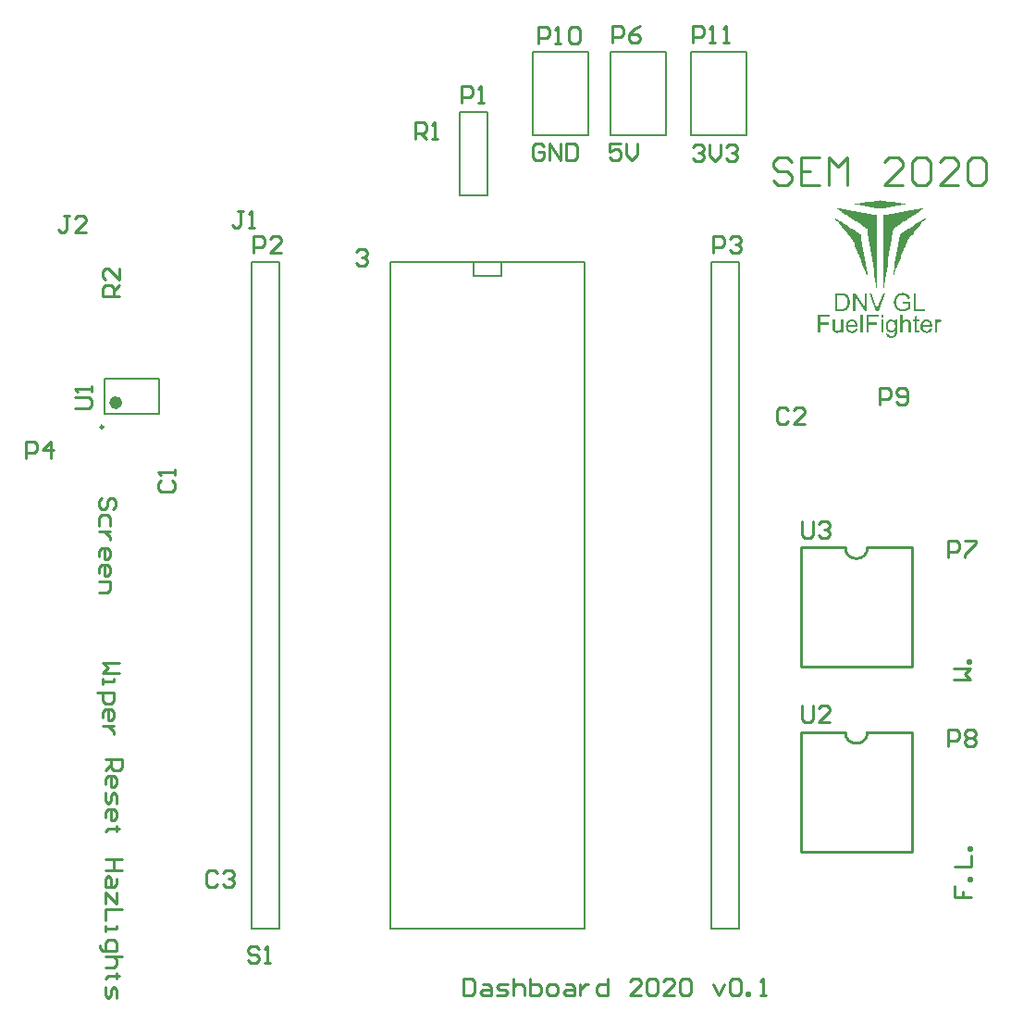
<source format=gbr>
%TF.GenerationSoftware,Altium Limited,Altium Designer,19.1.8 (144)*%
G04 Layer_Color=65535*
%FSLAX26Y26*%
%MOIN*%
%TF.FileFunction,Legend,Top*%
%TF.Part,Single*%
G01*
G75*
%TA.AperFunction,NonConductor*%
%ADD33C,0.023622*%
%ADD34C,0.009842*%
%ADD35C,0.010000*%
%ADD36C,0.007874*%
G36*
X3243846Y3008986D02*
X3261382D01*
Y3006063D01*
X3278918D01*
Y3003140D01*
X3296454D01*
Y3000218D01*
X3313991D01*
Y2997295D01*
X3331527D01*
Y2994372D01*
X3313991D01*
Y2991450D01*
X3296454D01*
Y2988527D01*
X3278918D01*
Y2985604D01*
X3261382D01*
Y2982681D01*
X3243846D01*
Y2979759D01*
X3238000D01*
Y2982681D01*
X3220464D01*
Y2985604D01*
X3202928D01*
Y2988527D01*
X3185391D01*
Y2991450D01*
X3167855D01*
Y2994372D01*
X3150319D01*
Y2997295D01*
X3167855D01*
Y3000218D01*
X3185391D01*
Y3003140D01*
X3202928D01*
Y3006063D01*
X3220464D01*
Y3008986D01*
X3238000D01*
Y3011909D01*
X3243846D01*
Y3008986D01*
D02*
G37*
G36*
X3404595Y2941763D02*
X3401672D01*
Y2938841D01*
X3398749D01*
Y2935918D01*
X3395827D01*
Y2932995D01*
X3392904D01*
Y2930073D01*
X3389981D01*
Y2927150D01*
Y2924227D01*
X3387059D01*
Y2921304D01*
X3384136D01*
Y2918382D01*
X3381213D01*
Y2915459D01*
X3378291D01*
Y2912536D01*
X3375368D01*
Y2909613D01*
Y2906691D01*
X3372445D01*
Y2903768D01*
X3369522D01*
Y2900845D01*
X3366600D01*
Y2897923D01*
X3363677D01*
Y2895000D01*
X3360754D01*
Y2892077D01*
Y2889155D01*
X3357832D01*
Y2886232D01*
X3354909D01*
Y2883309D01*
X3351986D01*
Y2880386D01*
X3349063D01*
Y2877464D01*
X3346141D01*
Y2874541D01*
Y2871618D01*
X3343218D01*
Y2868695D01*
X3340295D01*
Y2865773D01*
X3337373D01*
Y2862850D01*
Y2859927D01*
Y2857005D01*
X3334450D01*
Y2854082D01*
Y2851159D01*
X3331527D01*
Y2848236D01*
Y2845314D01*
Y2842391D01*
X3328604D01*
Y2839468D01*
Y2836546D01*
X3325682D01*
Y2833623D01*
Y2830700D01*
Y2827778D01*
X3322759D01*
Y2824855D01*
Y2821932D01*
X3319836D01*
Y2819009D01*
Y2816087D01*
Y2813164D01*
X3316914D01*
Y2810241D01*
Y2807318D01*
X3313991D01*
Y2804396D01*
Y2801473D01*
Y2798550D01*
X3311068D01*
Y2795628D01*
Y2792705D01*
X3308145D01*
Y2789782D01*
Y2786860D01*
Y2783937D01*
X3305223D01*
Y2781014D01*
Y2778091D01*
X3302300D01*
Y2775169D01*
Y2772246D01*
Y2769323D01*
X3299377D01*
Y2766401D01*
Y2763478D01*
X3296454D01*
Y2760555D01*
Y2757632D01*
Y2754710D01*
X3293532D01*
Y2751787D01*
Y2748864D01*
X3290609D01*
Y2745941D01*
Y2743019D01*
Y2740096D01*
X3287686D01*
Y2743019D01*
Y2745941D01*
Y2748864D01*
Y2751787D01*
Y2754710D01*
Y2757632D01*
X3290609D01*
Y2760555D01*
Y2763478D01*
Y2766401D01*
Y2769323D01*
Y2772246D01*
Y2775169D01*
X3293532D01*
Y2778091D01*
Y2781014D01*
Y2783937D01*
Y2786860D01*
Y2789782D01*
Y2792705D01*
X3296454D01*
Y2795628D01*
Y2798550D01*
Y2801473D01*
Y2804396D01*
Y2807318D01*
X3299377D01*
Y2810241D01*
Y2813164D01*
Y2816087D01*
Y2819009D01*
Y2821932D01*
Y2824855D01*
X3302300D01*
Y2827778D01*
Y2830700D01*
Y2833623D01*
Y2836546D01*
Y2839468D01*
Y2842391D01*
X3305223D01*
Y2845314D01*
Y2848236D01*
Y2851159D01*
Y2854082D01*
Y2857005D01*
Y2859927D01*
X3308145D01*
Y2862850D01*
Y2865773D01*
Y2868695D01*
Y2871618D01*
Y2874541D01*
Y2877464D01*
X3311068D01*
Y2880386D01*
Y2883309D01*
Y2886232D01*
Y2889155D01*
X3316914D01*
Y2892077D01*
X3319836D01*
Y2895000D01*
X3325682D01*
Y2897923D01*
X3328604D01*
Y2900845D01*
X3334450D01*
Y2903768D01*
X3337373D01*
Y2906691D01*
X3343218D01*
Y2909613D01*
X3349063D01*
Y2912536D01*
X3351986D01*
Y2915459D01*
X3357832D01*
Y2918382D01*
X3360754D01*
Y2921304D01*
X3366600D01*
Y2924227D01*
X3369522D01*
Y2927150D01*
X3375368D01*
Y2930073D01*
X3381213D01*
Y2932995D01*
X3384136D01*
Y2935918D01*
X3389981D01*
Y2938841D01*
X3392904D01*
Y2941763D01*
X3398749D01*
Y2944686D01*
X3404595D01*
Y2941763D01*
D02*
G37*
G36*
X3083096D02*
X3088942D01*
Y2938841D01*
X3091865D01*
Y2935918D01*
X3097710D01*
Y2932995D01*
X3100633D01*
Y2930073D01*
X3106478D01*
Y2927150D01*
X3109401D01*
Y2924227D01*
X3115246D01*
Y2921304D01*
X3121092D01*
Y2918382D01*
X3124014D01*
Y2915459D01*
X3129860D01*
Y2912536D01*
X3132782D01*
Y2909613D01*
X3138628D01*
Y2906691D01*
X3141551D01*
Y2903768D01*
X3147396D01*
Y2900845D01*
X3153242D01*
Y2897923D01*
X3156164D01*
Y2895000D01*
X3162010D01*
Y2892077D01*
X3164932D01*
Y2889155D01*
X3170778D01*
Y2886232D01*
Y2883309D01*
Y2880386D01*
Y2877464D01*
X3173700D01*
Y2874541D01*
Y2871618D01*
Y2868695D01*
Y2865773D01*
Y2862850D01*
Y2859927D01*
X3176623D01*
Y2857005D01*
Y2854082D01*
Y2851159D01*
Y2848236D01*
Y2845314D01*
Y2842391D01*
X3179546D01*
Y2839468D01*
Y2836546D01*
Y2833623D01*
Y2830700D01*
Y2827778D01*
Y2824855D01*
X3182469D01*
Y2821932D01*
Y2819009D01*
Y2816087D01*
Y2813164D01*
Y2810241D01*
Y2807318D01*
X3185391D01*
Y2804396D01*
Y2801473D01*
Y2798550D01*
Y2795628D01*
Y2792705D01*
Y2789782D01*
X3188314D01*
Y2786860D01*
Y2783937D01*
Y2781014D01*
Y2778091D01*
Y2775169D01*
Y2772246D01*
X3191237D01*
Y2769323D01*
Y2766401D01*
Y2763478D01*
Y2760555D01*
Y2757632D01*
Y2754710D01*
X3194160D01*
Y2751787D01*
Y2748864D01*
Y2745941D01*
Y2743019D01*
Y2740096D01*
X3191237D01*
Y2743019D01*
Y2745941D01*
X3188314D01*
Y2748864D01*
Y2751787D01*
Y2754710D01*
X3185391D01*
Y2757632D01*
Y2760555D01*
X3182469D01*
Y2763478D01*
Y2766401D01*
Y2769323D01*
X3179546D01*
Y2772246D01*
Y2775169D01*
X3176623D01*
Y2778091D01*
Y2781014D01*
Y2783937D01*
X3173700D01*
Y2786860D01*
Y2789782D01*
X3170778D01*
Y2792705D01*
Y2795628D01*
Y2798550D01*
X3167855D01*
Y2801473D01*
Y2804396D01*
X3164932D01*
Y2807318D01*
Y2810241D01*
Y2813164D01*
X3162010D01*
Y2816087D01*
Y2819009D01*
X3159087D01*
Y2821932D01*
Y2824855D01*
Y2827778D01*
X3156164D01*
Y2830700D01*
Y2833623D01*
X3153242D01*
Y2836546D01*
Y2839468D01*
Y2842391D01*
X3150319D01*
Y2845314D01*
Y2848236D01*
X3147396D01*
Y2851159D01*
Y2854082D01*
Y2857005D01*
X3144473D01*
Y2859927D01*
Y2862850D01*
X3141551D01*
Y2865773D01*
Y2868695D01*
X3138628D01*
Y2871618D01*
X3135705D01*
Y2874541D01*
Y2877464D01*
X3132782D01*
Y2880386D01*
X3129860D01*
Y2883309D01*
X3126937D01*
Y2886232D01*
X3124014D01*
Y2889155D01*
X3121092D01*
Y2892077D01*
Y2895000D01*
X3118169D01*
Y2897923D01*
X3115246D01*
Y2900845D01*
X3112323D01*
Y2903768D01*
X3109401D01*
Y2906691D01*
X3106478D01*
Y2909613D01*
Y2912536D01*
X3103555D01*
Y2915459D01*
X3100633D01*
Y2918382D01*
X3097710D01*
Y2921304D01*
X3094787D01*
Y2924227D01*
X3091865D01*
Y2927150D01*
Y2930073D01*
X3088942D01*
Y2932995D01*
X3086019D01*
Y2935918D01*
X3083096D01*
Y2938841D01*
X3080174D01*
Y2941763D01*
X3077251D01*
Y2944686D01*
X3083096D01*
Y2941763D01*
D02*
G37*
G36*
X3395827Y2976836D02*
X3389981D01*
Y2973913D01*
X3387059D01*
Y2970990D01*
X3381213D01*
Y2968068D01*
X3378291D01*
Y2965145D01*
X3372445D01*
Y2962222D01*
X3369522D01*
Y2959300D01*
X3363677D01*
Y2956377D01*
X3360754D01*
Y2953454D01*
X3354909D01*
Y2950532D01*
X3351986D01*
Y2947609D01*
X3346141D01*
Y2944686D01*
X3340295D01*
Y2941763D01*
X3337373D01*
Y2938841D01*
X3331527D01*
Y2935918D01*
X3328604D01*
Y2932995D01*
X3322759D01*
Y2930073D01*
X3319836D01*
Y2927150D01*
X3313991D01*
Y2924227D01*
X3311068D01*
Y2921304D01*
X3305223D01*
Y2918382D01*
X3302300D01*
Y2915459D01*
X3296454D01*
Y2912536D01*
X3293532D01*
Y2909613D01*
X3287686D01*
Y2906691D01*
Y2903768D01*
Y2900845D01*
X3284764D01*
Y2897923D01*
Y2895000D01*
Y2892077D01*
Y2889155D01*
Y2886232D01*
Y2883309D01*
X3281841D01*
Y2880386D01*
Y2877464D01*
Y2874541D01*
Y2871618D01*
Y2868695D01*
Y2865773D01*
Y2862850D01*
X3278918D01*
Y2859927D01*
Y2857005D01*
Y2854082D01*
Y2851159D01*
Y2848236D01*
Y2845314D01*
X3275995D01*
Y2842391D01*
Y2839468D01*
Y2836546D01*
Y2833623D01*
Y2830700D01*
Y2827778D01*
X3273073D01*
Y2824855D01*
Y2821932D01*
Y2819009D01*
Y2816087D01*
Y2813164D01*
Y2810241D01*
Y2807318D01*
X3270150D01*
Y2804396D01*
Y2801473D01*
Y2798550D01*
Y2795628D01*
Y2792705D01*
Y2789782D01*
X3267227D01*
Y2786860D01*
Y2783937D01*
Y2781014D01*
Y2778091D01*
Y2775169D01*
Y2772246D01*
Y2769323D01*
X3264305D01*
Y2766401D01*
Y2763478D01*
Y2760555D01*
Y2757632D01*
Y2754710D01*
Y2751787D01*
X3261382D01*
Y2748864D01*
Y2745941D01*
Y2743019D01*
Y2740096D01*
Y2737173D01*
Y2734251D01*
X3258459D01*
Y2731328D01*
Y2728405D01*
Y2725483D01*
Y2722560D01*
Y2719637D01*
Y2716714D01*
Y2713792D01*
X3255537D01*
Y2710869D01*
Y2707946D01*
Y2705023D01*
Y2702101D01*
Y2699178D01*
Y2696255D01*
X3252614D01*
Y2699178D01*
Y2702101D01*
Y2705023D01*
Y2707946D01*
Y2710869D01*
Y2713792D01*
Y2716714D01*
Y2719637D01*
Y2722560D01*
Y2725483D01*
Y2728405D01*
Y2731328D01*
Y2734251D01*
Y2737173D01*
Y2740096D01*
Y2743019D01*
Y2745941D01*
Y2748864D01*
Y2751787D01*
Y2754710D01*
Y2757632D01*
Y2760555D01*
Y2763478D01*
Y2766401D01*
Y2769323D01*
Y2772246D01*
Y2775169D01*
Y2778091D01*
Y2781014D01*
Y2783937D01*
Y2786860D01*
Y2789782D01*
Y2792705D01*
Y2795628D01*
Y2798550D01*
Y2801473D01*
Y2804396D01*
Y2807318D01*
Y2810241D01*
Y2813164D01*
Y2816087D01*
Y2819009D01*
Y2821932D01*
Y2824855D01*
Y2827778D01*
Y2830700D01*
Y2833623D01*
Y2836546D01*
Y2839468D01*
Y2842391D01*
Y2845314D01*
Y2848236D01*
Y2851159D01*
Y2854082D01*
Y2857005D01*
Y2859927D01*
Y2862850D01*
Y2865773D01*
Y2868695D01*
Y2871618D01*
Y2874541D01*
Y2877464D01*
Y2880386D01*
Y2883309D01*
Y2886232D01*
Y2889155D01*
Y2892077D01*
Y2895000D01*
Y2897923D01*
Y2900845D01*
Y2903768D01*
Y2906691D01*
Y2909613D01*
Y2912536D01*
Y2915459D01*
Y2918382D01*
Y2921304D01*
Y2924227D01*
Y2927150D01*
Y2930073D01*
Y2932995D01*
Y2935918D01*
Y2938841D01*
Y2941763D01*
Y2944686D01*
Y2947609D01*
Y2950532D01*
Y2953454D01*
Y2956377D01*
X3255537D01*
Y2959300D01*
X3273073D01*
Y2962222D01*
X3290609D01*
Y2965145D01*
X3308145D01*
Y2968068D01*
X3325682D01*
Y2970990D01*
X3343218D01*
Y2973913D01*
X3363677D01*
Y2976836D01*
X3381213D01*
Y2979759D01*
X3395827D01*
Y2976836D01*
D02*
G37*
G36*
X3100633D02*
X3118169D01*
Y2973913D01*
X3135705D01*
Y2970990D01*
X3156164D01*
Y2968068D01*
X3173700D01*
Y2965145D01*
X3191237D01*
Y2962222D01*
X3208773D01*
Y2959300D01*
X3226309D01*
Y2956377D01*
X3229232D01*
Y2953454D01*
Y2950532D01*
Y2947609D01*
Y2944686D01*
Y2941763D01*
Y2938841D01*
Y2935918D01*
Y2932995D01*
Y2930073D01*
Y2927150D01*
Y2924227D01*
Y2921304D01*
Y2918382D01*
Y2915459D01*
Y2912536D01*
Y2909613D01*
Y2906691D01*
Y2903768D01*
Y2900845D01*
Y2897923D01*
Y2895000D01*
Y2892077D01*
Y2889155D01*
Y2886232D01*
Y2883309D01*
Y2880386D01*
Y2877464D01*
Y2874541D01*
Y2871618D01*
Y2868695D01*
Y2865773D01*
Y2862850D01*
Y2859927D01*
Y2857005D01*
Y2854082D01*
Y2851159D01*
Y2848236D01*
Y2845314D01*
Y2842391D01*
Y2839468D01*
Y2836546D01*
Y2833623D01*
Y2830700D01*
Y2827778D01*
Y2824855D01*
Y2821932D01*
Y2819009D01*
Y2816087D01*
Y2813164D01*
Y2810241D01*
Y2807318D01*
Y2804396D01*
Y2801473D01*
Y2798550D01*
Y2795628D01*
Y2792705D01*
Y2789782D01*
Y2786860D01*
Y2783937D01*
Y2781014D01*
Y2778091D01*
Y2775169D01*
Y2772246D01*
Y2769323D01*
Y2766401D01*
Y2763478D01*
Y2760555D01*
Y2757632D01*
Y2754710D01*
Y2751787D01*
Y2748864D01*
Y2745941D01*
Y2743019D01*
Y2740096D01*
Y2737173D01*
Y2734251D01*
Y2731328D01*
Y2728405D01*
Y2725483D01*
Y2722560D01*
Y2719637D01*
Y2716714D01*
Y2713792D01*
Y2710869D01*
Y2707946D01*
Y2705023D01*
Y2702101D01*
Y2699178D01*
Y2696255D01*
Y2693333D01*
X3226309D01*
Y2696255D01*
Y2699178D01*
Y2702101D01*
Y2705023D01*
Y2707946D01*
Y2710869D01*
Y2713792D01*
X3223387D01*
Y2716714D01*
Y2719637D01*
Y2722560D01*
Y2725483D01*
Y2728405D01*
Y2731328D01*
X3220464D01*
Y2734251D01*
Y2737173D01*
Y2740096D01*
Y2743019D01*
Y2745941D01*
Y2748864D01*
Y2751787D01*
X3217541D01*
Y2754710D01*
Y2757632D01*
Y2760555D01*
Y2763478D01*
Y2766401D01*
Y2769323D01*
X3214619D01*
Y2772246D01*
Y2775169D01*
Y2778091D01*
Y2781014D01*
Y2783937D01*
Y2786860D01*
X3211696D01*
Y2789782D01*
Y2792705D01*
Y2795628D01*
Y2798550D01*
Y2801473D01*
Y2804396D01*
Y2807318D01*
X3208773D01*
Y2810241D01*
Y2813164D01*
Y2816087D01*
Y2819009D01*
Y2821932D01*
Y2824855D01*
X3205850D01*
Y2827778D01*
Y2830700D01*
Y2833623D01*
Y2836546D01*
Y2839468D01*
Y2842391D01*
Y2845314D01*
X3202928D01*
Y2848236D01*
Y2851159D01*
Y2854082D01*
Y2857005D01*
Y2859927D01*
Y2862850D01*
X3200005D01*
Y2865773D01*
Y2868695D01*
Y2871618D01*
Y2874541D01*
Y2877464D01*
Y2880386D01*
X3197082D01*
Y2883309D01*
Y2886232D01*
Y2889155D01*
Y2892077D01*
Y2895000D01*
Y2897923D01*
Y2900845D01*
X3194160D01*
Y2903768D01*
Y2906691D01*
Y2909613D01*
X3188314D01*
Y2912536D01*
X3185391D01*
Y2915459D01*
X3179546D01*
Y2918382D01*
X3176623D01*
Y2921304D01*
X3170778D01*
Y2924227D01*
X3167855D01*
Y2927150D01*
X3162010D01*
Y2930073D01*
X3159087D01*
Y2932995D01*
X3153242D01*
Y2935918D01*
X3147396D01*
Y2938841D01*
X3144473D01*
Y2941763D01*
X3138628D01*
Y2944686D01*
X3135705D01*
Y2947609D01*
X3129860D01*
Y2950532D01*
X3126937D01*
Y2953454D01*
X3121092D01*
Y2956377D01*
X3118169D01*
Y2959300D01*
X3112323D01*
Y2962222D01*
X3109401D01*
Y2965145D01*
X3103555D01*
Y2968068D01*
X3100633D01*
Y2970990D01*
X3094787D01*
Y2973913D01*
X3091865D01*
Y2976836D01*
X3086019D01*
Y2979759D01*
X3100633D01*
Y2976836D01*
D02*
G37*
G36*
X3323798Y2676727D02*
X3324538D01*
X3326296Y2676542D01*
X3328238Y2676265D01*
X3330273Y2675802D01*
X3332493Y2675247D01*
X3334621Y2674507D01*
X3334713D01*
X3334898Y2674414D01*
X3335176Y2674322D01*
X3335546Y2674137D01*
X3336563Y2673582D01*
X3337858Y2672934D01*
X3339246Y2672010D01*
X3340726Y2670899D01*
X3342113Y2669697D01*
X3343408Y2668217D01*
X3343593Y2668032D01*
X3343963Y2667477D01*
X3344518Y2666644D01*
X3345258Y2665442D01*
X3345998Y2663962D01*
X3346831Y2662112D01*
X3347663Y2660077D01*
X3348311Y2657765D01*
X3340633Y2655729D01*
Y2655822D01*
X3340541Y2655914D01*
X3340448Y2656192D01*
X3340356Y2656562D01*
X3340078Y2657394D01*
X3339708Y2658505D01*
X3339153Y2659800D01*
X3338506Y2661002D01*
X3337858Y2662297D01*
X3337026Y2663407D01*
X3336933Y2663499D01*
X3336656Y2663869D01*
X3336101Y2664332D01*
X3335453Y2664979D01*
X3334621Y2665720D01*
X3333511Y2666459D01*
X3332308Y2667200D01*
X3330921Y2667847D01*
X3330736Y2667939D01*
X3330273Y2668124D01*
X3329441Y2668402D01*
X3328331Y2668772D01*
X3327036Y2669050D01*
X3325556Y2669327D01*
X3323891Y2669512D01*
X3322133Y2669604D01*
X3321116D01*
X3320653Y2669512D01*
X3320098D01*
X3318711Y2669419D01*
X3317138Y2669142D01*
X3315381Y2668865D01*
X3313716Y2668402D01*
X3312051Y2667755D01*
X3311866Y2667662D01*
X3311311Y2667477D01*
X3310571Y2667015D01*
X3309646Y2666552D01*
X3308536Y2665812D01*
X3307333Y2665072D01*
X3306223Y2664147D01*
X3305206Y2663130D01*
X3305113Y2663037D01*
X3304743Y2662667D01*
X3304281Y2662019D01*
X3303726Y2661280D01*
X3303078Y2660354D01*
X3302431Y2659244D01*
X3301783Y2658042D01*
X3301136Y2656747D01*
Y2656655D01*
X3301043Y2656470D01*
X3300951Y2656192D01*
X3300766Y2655729D01*
X3300581Y2655175D01*
X3300396Y2654527D01*
X3300118Y2653787D01*
X3299933Y2652954D01*
X3299471Y2651012D01*
X3299101Y2648792D01*
X3298823Y2646479D01*
X3298731Y2643890D01*
Y2643797D01*
Y2643519D01*
Y2643057D01*
X3298823Y2642502D01*
Y2641762D01*
X3298916Y2640837D01*
X3299008Y2639912D01*
X3299101Y2638894D01*
X3299471Y2636582D01*
X3299933Y2634177D01*
X3300673Y2631772D01*
X3301598Y2629459D01*
Y2629367D01*
X3301783Y2629182D01*
X3301876Y2628905D01*
X3302153Y2628535D01*
X3302801Y2627517D01*
X3303818Y2626222D01*
X3305021Y2624834D01*
X3306501Y2623447D01*
X3308258Y2622152D01*
X3310201Y2620950D01*
X3310293D01*
X3310478Y2620857D01*
X3310756Y2620672D01*
X3311218Y2620487D01*
X3311681Y2620302D01*
X3312328Y2620117D01*
X3313808Y2619562D01*
X3315658Y2619099D01*
X3317693Y2618637D01*
X3319913Y2618267D01*
X3322226Y2618175D01*
X3323151D01*
X3323706Y2618267D01*
X3324261D01*
X3325648Y2618452D01*
X3327313Y2618637D01*
X3329071Y2619007D01*
X3331013Y2619562D01*
X3332956Y2620209D01*
X3333048D01*
X3333233Y2620302D01*
X3333418Y2620394D01*
X3333788Y2620579D01*
X3334806Y2621042D01*
X3335916Y2621597D01*
X3337211Y2622244D01*
X3338598Y2622985D01*
X3339893Y2623817D01*
X3341003Y2624742D01*
Y2636767D01*
X3322133D01*
Y2644352D01*
X3349328D01*
Y2620579D01*
X3349236Y2620487D01*
X3349051Y2620394D01*
X3348681Y2620117D01*
X3348218Y2619747D01*
X3347663Y2619377D01*
X3347016Y2618914D01*
X3346183Y2618360D01*
X3345351Y2617805D01*
X3343408Y2616602D01*
X3341188Y2615307D01*
X3338876Y2614104D01*
X3336378Y2613087D01*
X3336286D01*
X3336101Y2612994D01*
X3335731Y2612902D01*
X3335268Y2612717D01*
X3334621Y2612532D01*
X3333881Y2612255D01*
X3333048Y2612070D01*
X3332216Y2611885D01*
X3330181Y2611422D01*
X3327868Y2610959D01*
X3325371Y2610682D01*
X3322781Y2610590D01*
X3321856D01*
X3321208Y2610682D01*
X3320376D01*
X3319358Y2610774D01*
X3318248Y2610959D01*
X3317046Y2611052D01*
X3314363Y2611607D01*
X3311496Y2612255D01*
X3308536Y2613272D01*
X3307056Y2613827D01*
X3305576Y2614567D01*
X3305483Y2614660D01*
X3305206Y2614752D01*
X3304836Y2615030D01*
X3304281Y2615307D01*
X3303633Y2615769D01*
X3302986Y2616232D01*
X3301228Y2617527D01*
X3299378Y2619192D01*
X3297436Y2621227D01*
X3295586Y2623539D01*
X3293921Y2626222D01*
Y2626314D01*
X3293736Y2626592D01*
X3293551Y2626962D01*
X3293273Y2627610D01*
X3292996Y2628257D01*
X3292718Y2629182D01*
X3292348Y2630107D01*
X3291978Y2631217D01*
X3291608Y2632419D01*
X3291238Y2633807D01*
X3290961Y2635195D01*
X3290683Y2636675D01*
X3290221Y2639912D01*
X3290036Y2643334D01*
Y2643427D01*
Y2643797D01*
Y2644260D01*
X3290128Y2644907D01*
Y2645740D01*
X3290221Y2646757D01*
X3290406Y2647774D01*
X3290498Y2648977D01*
X3290776Y2650272D01*
X3290961Y2651660D01*
X3291701Y2654619D01*
X3292626Y2657672D01*
X3293921Y2660724D01*
X3294013Y2660817D01*
X3294106Y2661095D01*
X3294291Y2661465D01*
X3294661Y2662019D01*
X3295031Y2662760D01*
X3295493Y2663499D01*
X3296788Y2665257D01*
X3298361Y2667292D01*
X3300303Y2669235D01*
X3302523Y2671177D01*
X3303818Y2672010D01*
X3305113Y2672842D01*
X3305206Y2672934D01*
X3305483Y2673027D01*
X3305853Y2673212D01*
X3306408Y2673490D01*
X3307148Y2673767D01*
X3307981Y2674137D01*
X3308906Y2674507D01*
X3310016Y2674877D01*
X3311218Y2675247D01*
X3312513Y2675524D01*
X3313901Y2675894D01*
X3315381Y2676172D01*
X3318618Y2676635D01*
X3320283Y2676820D01*
X3323243D01*
X3323798Y2676727D01*
D02*
G37*
G36*
X3193466Y2611700D02*
X3184678D01*
X3151193Y2661927D01*
Y2611700D01*
X3143053D01*
Y2675709D01*
X3151748D01*
X3185326Y2625390D01*
Y2675709D01*
X3193466D01*
Y2611700D01*
D02*
G37*
G36*
X3234721D02*
X3225841D01*
X3201051Y2675709D01*
X3210301D01*
X3226951Y2629182D01*
Y2629090D01*
X3227043Y2628905D01*
X3227136Y2628627D01*
X3227321Y2628257D01*
X3227413Y2627702D01*
X3227598Y2627147D01*
X3228061Y2625760D01*
X3228616Y2624187D01*
X3229171Y2622430D01*
X3230281Y2618729D01*
Y2618822D01*
X3230373Y2619007D01*
X3230466Y2619285D01*
X3230558Y2619655D01*
X3230836Y2620672D01*
X3231298Y2622059D01*
X3231761Y2623632D01*
X3232316Y2625390D01*
X3232963Y2627240D01*
X3233703Y2629182D01*
X3251093Y2675709D01*
X3259696D01*
X3234721Y2611700D01*
D02*
G37*
G36*
X3369956Y2619285D02*
X3401498D01*
Y2611700D01*
X3361446D01*
Y2675709D01*
X3369956D01*
Y2619285D01*
D02*
G37*
G36*
X3104851Y2675617D02*
X3106701Y2675524D01*
X3108551Y2675340D01*
X3110401Y2675062D01*
X3111973Y2674785D01*
X3112066D01*
X3112251Y2674692D01*
X3112528D01*
X3112898Y2674507D01*
X3113916Y2674229D01*
X3115211Y2673767D01*
X3116691Y2673119D01*
X3118263Y2672287D01*
X3119836Y2671362D01*
X3121316Y2670160D01*
X3121408Y2670067D01*
X3121501Y2669974D01*
X3121778Y2669697D01*
X3122148Y2669419D01*
X3123073Y2668494D01*
X3124183Y2667200D01*
X3125386Y2665627D01*
X3126681Y2663777D01*
X3127883Y2661649D01*
X3128901Y2659244D01*
Y2659152D01*
X3128993Y2658967D01*
X3129178Y2658597D01*
X3129271Y2658042D01*
X3129548Y2657394D01*
X3129733Y2656655D01*
X3129918Y2655822D01*
X3130196Y2654805D01*
X3130473Y2653787D01*
X3130658Y2652584D01*
X3131121Y2649994D01*
X3131398Y2647127D01*
X3131491Y2643982D01*
Y2643890D01*
Y2643704D01*
Y2643242D01*
Y2642780D01*
X3131398Y2642132D01*
Y2641392D01*
X3131306Y2639635D01*
X3131028Y2637599D01*
X3130751Y2635472D01*
X3130288Y2633252D01*
X3129733Y2631032D01*
Y2630939D01*
X3129641Y2630755D01*
X3129548Y2630477D01*
X3129456Y2630107D01*
X3129086Y2629090D01*
X3128531Y2627794D01*
X3127976Y2626314D01*
X3127236Y2624834D01*
X3126311Y2623262D01*
X3125386Y2621782D01*
X3125293Y2621597D01*
X3124923Y2621135D01*
X3124368Y2620487D01*
X3123628Y2619655D01*
X3122796Y2618729D01*
X3121778Y2617805D01*
X3120761Y2616787D01*
X3119558Y2615954D01*
X3119373Y2615862D01*
X3119003Y2615584D01*
X3118356Y2615215D01*
X3117431Y2614752D01*
X3116321Y2614197D01*
X3115026Y2613735D01*
X3113546Y2613180D01*
X3111881Y2612717D01*
X3111696D01*
X3111418Y2612624D01*
X3111141Y2612532D01*
X3110216Y2612439D01*
X3108921Y2612255D01*
X3107441Y2612070D01*
X3105683Y2611885D01*
X3103741Y2611792D01*
X3101613Y2611700D01*
X3078581D01*
Y2675709D01*
X3103186D01*
X3104851Y2675617D01*
D02*
G37*
G36*
X3252018Y2588815D02*
X3244156D01*
Y2597787D01*
X3252018D01*
Y2588815D01*
D02*
G37*
G36*
X3456721Y2581137D02*
X3457738Y2580952D01*
X3458941Y2580582D01*
X3460236Y2580120D01*
X3461716Y2579472D01*
X3463288Y2578640D01*
X3460421Y2571425D01*
X3460328Y2571517D01*
X3459958Y2571702D01*
X3459403Y2571980D01*
X3458663Y2572258D01*
X3457831Y2572535D01*
X3456813Y2572812D01*
X3455796Y2572997D01*
X3454778Y2573090D01*
X3454316D01*
X3453853Y2572997D01*
X3453206Y2572905D01*
X3452558Y2572720D01*
X3451726Y2572443D01*
X3450893Y2572073D01*
X3450153Y2571517D01*
X3450061Y2571425D01*
X3449783Y2571240D01*
X3449506Y2570870D01*
X3449043Y2570407D01*
X3448581Y2569760D01*
X3448118Y2569020D01*
X3447656Y2568188D01*
X3447286Y2567170D01*
X3447193Y2566985D01*
X3447101Y2566430D01*
X3446916Y2565597D01*
X3446638Y2564488D01*
X3446361Y2563100D01*
X3446176Y2561528D01*
X3446083Y2559863D01*
X3445991Y2558012D01*
Y2533778D01*
X3438128D01*
Y2580213D01*
X3445251D01*
Y2573182D01*
X3445343Y2573275D01*
X3445713Y2573923D01*
X3446176Y2574755D01*
X3446916Y2575773D01*
X3447656Y2576790D01*
X3448488Y2577900D01*
X3449321Y2578825D01*
X3450153Y2579565D01*
X3450246Y2579657D01*
X3450523Y2579843D01*
X3451078Y2580120D01*
X3451633Y2580398D01*
X3452373Y2580675D01*
X3453298Y2580952D01*
X3454223Y2581137D01*
X3455241Y2581230D01*
X3455888D01*
X3456721Y2581137D01*
D02*
G37*
G36*
X3107533Y2533778D02*
X3100503D01*
Y2540530D01*
X3100411Y2540438D01*
X3100226Y2540160D01*
X3099948Y2539790D01*
X3099486Y2539327D01*
X3098931Y2538773D01*
X3098283Y2538032D01*
X3097543Y2537385D01*
X3096618Y2536645D01*
X3095601Y2535905D01*
X3094491Y2535258D01*
X3093288Y2534610D01*
X3091993Y2533963D01*
X3090513Y2533500D01*
X3089033Y2533130D01*
X3087368Y2532852D01*
X3085703Y2532760D01*
X3085056D01*
X3084223Y2532852D01*
X3083206Y2532945D01*
X3082003Y2533130D01*
X3080708Y2533407D01*
X3079413Y2533778D01*
X3078026Y2534332D01*
X3077841Y2534425D01*
X3077471Y2534610D01*
X3076823Y2534980D01*
X3076083Y2535443D01*
X3075158Y2535997D01*
X3074326Y2536645D01*
X3073493Y2537385D01*
X3072753Y2538218D01*
X3072661Y2538310D01*
X3072476Y2538680D01*
X3072198Y2539142D01*
X3071828Y2539883D01*
X3071366Y2540715D01*
X3070996Y2541733D01*
X3070626Y2542843D01*
X3070348Y2544045D01*
Y2544137D01*
X3070256Y2544508D01*
X3070163Y2545062D01*
Y2545802D01*
X3070071Y2546912D01*
X3069978Y2548115D01*
X3069886Y2549688D01*
Y2551445D01*
Y2580213D01*
X3077748D01*
Y2554405D01*
Y2554312D01*
Y2554128D01*
Y2553850D01*
Y2553387D01*
Y2552370D01*
X3077841Y2551075D01*
Y2549688D01*
X3077933Y2548300D01*
X3078026Y2547097D01*
X3078211Y2546080D01*
Y2545988D01*
X3078396Y2545617D01*
X3078581Y2545062D01*
X3078858Y2544323D01*
X3079321Y2543582D01*
X3079876Y2542750D01*
X3080523Y2542010D01*
X3081356Y2541270D01*
X3081448Y2541177D01*
X3081818Y2540992D01*
X3082281Y2540715D01*
X3083021Y2540438D01*
X3083853Y2540068D01*
X3084871Y2539790D01*
X3085981Y2539605D01*
X3087276Y2539512D01*
X3087923D01*
X3088571Y2539605D01*
X3089403Y2539698D01*
X3090421Y2539975D01*
X3091531Y2540253D01*
X3092733Y2540715D01*
X3093936Y2541270D01*
X3094121Y2541363D01*
X3094491Y2541640D01*
X3095046Y2542010D01*
X3095693Y2542565D01*
X3096433Y2543305D01*
X3097173Y2544137D01*
X3097821Y2545062D01*
X3098376Y2546173D01*
X3098468Y2546358D01*
X3098561Y2546727D01*
X3098746Y2547468D01*
X3099023Y2548485D01*
X3099301Y2549780D01*
X3099486Y2551352D01*
X3099578Y2553202D01*
X3099671Y2555330D01*
Y2580213D01*
X3107533D01*
Y2533778D01*
D02*
G37*
G36*
X3321671Y2574847D02*
X3321763Y2574940D01*
X3321948Y2575125D01*
X3322226Y2575403D01*
X3322688Y2575865D01*
X3323151Y2576327D01*
X3323798Y2576883D01*
X3324631Y2577438D01*
X3325463Y2578085D01*
X3326388Y2578640D01*
X3327406Y2579195D01*
X3329811Y2580213D01*
X3331106Y2580675D01*
X3332493Y2580952D01*
X3333973Y2581137D01*
X3335453Y2581230D01*
X3336286D01*
X3337303Y2581137D01*
X3338506Y2580952D01*
X3339893Y2580767D01*
X3341373Y2580398D01*
X3342853Y2579843D01*
X3344333Y2579195D01*
X3344518Y2579102D01*
X3344981Y2578825D01*
X3345628Y2578363D01*
X3346461Y2577715D01*
X3347293Y2576883D01*
X3348218Y2575957D01*
X3349051Y2574847D01*
X3349791Y2573552D01*
X3349883Y2573367D01*
X3350068Y2572905D01*
X3350346Y2572073D01*
X3350623Y2570870D01*
X3350901Y2569390D01*
X3351178Y2567633D01*
X3351363Y2565505D01*
X3351456Y2563100D01*
Y2533778D01*
X3343593D01*
Y2563193D01*
Y2563285D01*
Y2563470D01*
Y2563747D01*
Y2564117D01*
X3343501Y2565135D01*
X3343316Y2566430D01*
X3342946Y2567818D01*
X3342483Y2569205D01*
X3341836Y2570593D01*
X3341003Y2571702D01*
X3340911Y2571795D01*
X3340541Y2572165D01*
X3339986Y2572628D01*
X3339153Y2573090D01*
X3338136Y2573645D01*
X3336933Y2574015D01*
X3335453Y2574385D01*
X3333788Y2574477D01*
X3333233D01*
X3332586Y2574385D01*
X3331661Y2574293D01*
X3330736Y2574015D01*
X3329626Y2573738D01*
X3328516Y2573275D01*
X3327313Y2572628D01*
X3327221Y2572535D01*
X3326851Y2572258D01*
X3326296Y2571887D01*
X3325648Y2571332D01*
X3324908Y2570593D01*
X3324168Y2569760D01*
X3323521Y2568742D01*
X3322966Y2567633D01*
X3322873Y2567448D01*
X3322781Y2567077D01*
X3322596Y2566338D01*
X3322318Y2565412D01*
X3322041Y2564210D01*
X3321856Y2562730D01*
X3321763Y2561065D01*
X3321671Y2559122D01*
Y2533778D01*
X3313808D01*
Y2597787D01*
X3321671D01*
Y2574847D01*
D02*
G37*
G36*
X3252018Y2533778D02*
X3244156D01*
Y2580213D01*
X3252018D01*
Y2533778D01*
D02*
G37*
G36*
X3234166Y2590202D02*
X3199386D01*
Y2570407D01*
X3229448D01*
Y2562823D01*
X3199386D01*
Y2533778D01*
X3190876D01*
Y2597787D01*
X3234166D01*
Y2590202D01*
D02*
G37*
G36*
X3177278Y2533778D02*
X3169416D01*
Y2597787D01*
X3177278D01*
Y2533778D01*
D02*
G37*
G36*
X3060081Y2590202D02*
X3025301D01*
Y2570407D01*
X3055363D01*
Y2562823D01*
X3025301D01*
Y2533778D01*
X3016791D01*
Y2597787D01*
X3060081D01*
Y2590202D01*
D02*
G37*
G36*
X3372731Y2580213D02*
X3380686D01*
Y2574108D01*
X3372731D01*
Y2546820D01*
Y2546635D01*
Y2546265D01*
Y2545710D01*
X3372823Y2545062D01*
X3372916Y2543582D01*
X3373008Y2542935D01*
X3373101Y2542472D01*
X3373193Y2542287D01*
X3373471Y2541918D01*
X3373841Y2541455D01*
X3374488Y2540992D01*
X3374673Y2540900D01*
X3375136Y2540715D01*
X3375968Y2540530D01*
X3377171Y2540438D01*
X3378096D01*
X3378558Y2540530D01*
X3379206D01*
X3379946Y2540622D01*
X3380686Y2540715D01*
X3381703Y2533778D01*
X3381518D01*
X3381148Y2533685D01*
X3380501Y2533593D01*
X3379668Y2533500D01*
X3378743Y2533315D01*
X3377726Y2533222D01*
X3375691Y2533130D01*
X3374951D01*
X3374211Y2533222D01*
X3373286Y2533315D01*
X3372176Y2533407D01*
X3371066Y2533685D01*
X3370048Y2533963D01*
X3369031Y2534425D01*
X3368938Y2534517D01*
X3368661Y2534702D01*
X3368291Y2534980D01*
X3367736Y2535443D01*
X3367273Y2535905D01*
X3366718Y2536552D01*
X3366163Y2537200D01*
X3365793Y2538032D01*
Y2538125D01*
X3365608Y2538495D01*
X3365516Y2539142D01*
X3365331Y2540068D01*
X3365146Y2541270D01*
X3365053Y2542010D01*
Y2542843D01*
X3364961Y2543860D01*
X3364868Y2544878D01*
Y2545988D01*
Y2547282D01*
Y2574108D01*
X3359041D01*
Y2580213D01*
X3364868D01*
Y2591682D01*
X3372731Y2596400D01*
Y2580213D01*
D02*
G37*
G36*
X3408991Y2581137D02*
X3409731Y2581045D01*
X3410656Y2580860D01*
X3411673Y2580675D01*
X3412876Y2580398D01*
X3413986Y2580120D01*
X3415281Y2579657D01*
X3416483Y2579195D01*
X3417778Y2578548D01*
X3419073Y2577807D01*
X3420368Y2576975D01*
X3421571Y2575957D01*
X3422681Y2574847D01*
X3422773Y2574755D01*
X3422958Y2574570D01*
X3423236Y2574200D01*
X3423606Y2573645D01*
X3424068Y2572997D01*
X3424531Y2572258D01*
X3425086Y2571332D01*
X3425641Y2570222D01*
X3426196Y2569020D01*
X3426751Y2567725D01*
X3427213Y2566245D01*
X3427676Y2564673D01*
X3428046Y2562915D01*
X3428323Y2561065D01*
X3428508Y2559122D01*
X3428601Y2556995D01*
Y2556903D01*
Y2556532D01*
Y2555885D01*
X3428508Y2554960D01*
X3393821D01*
Y2554867D01*
Y2554590D01*
X3393913Y2554220D01*
Y2553665D01*
X3394006Y2553017D01*
X3394191Y2552278D01*
X3394468Y2550613D01*
X3395023Y2548762D01*
X3395763Y2546727D01*
X3396781Y2544878D01*
X3398076Y2543213D01*
X3398168D01*
X3398261Y2543028D01*
X3398816Y2542565D01*
X3399648Y2541918D01*
X3400758Y2541270D01*
X3402238Y2540530D01*
X3403903Y2539883D01*
X3405753Y2539420D01*
X3406771Y2539327D01*
X3407881Y2539235D01*
X3408621D01*
X3409453Y2539327D01*
X3410471Y2539512D01*
X3411581Y2539790D01*
X3412876Y2540160D01*
X3414078Y2540715D01*
X3415281Y2541455D01*
X3415373Y2541548D01*
X3415836Y2541918D01*
X3416391Y2542472D01*
X3417038Y2543213D01*
X3417778Y2544230D01*
X3418611Y2545525D01*
X3419443Y2547005D01*
X3420183Y2548762D01*
X3428323Y2547745D01*
Y2547653D01*
X3428231Y2547468D01*
X3428138Y2547097D01*
X3427953Y2546543D01*
X3427676Y2545988D01*
X3427398Y2545247D01*
X3426658Y2543675D01*
X3425733Y2541918D01*
X3424438Y2540068D01*
X3422958Y2538310D01*
X3421108Y2536645D01*
X3421016D01*
X3420831Y2536460D01*
X3420553Y2536275D01*
X3420183Y2535997D01*
X3419628Y2535720D01*
X3419073Y2535443D01*
X3418333Y2535073D01*
X3417501Y2534702D01*
X3416576Y2534332D01*
X3415651Y2533963D01*
X3413338Y2533407D01*
X3410748Y2532945D01*
X3407881Y2532760D01*
X3406863D01*
X3406216Y2532852D01*
X3405383Y2532945D01*
X3404366Y2533130D01*
X3403256Y2533315D01*
X3402053Y2533500D01*
X3399463Y2534240D01*
X3398076Y2534795D01*
X3396781Y2535350D01*
X3395393Y2536090D01*
X3394098Y2536923D01*
X3392896Y2537847D01*
X3391693Y2538957D01*
X3391601Y2539050D01*
X3391416Y2539235D01*
X3391138Y2539605D01*
X3390768Y2540160D01*
X3390306Y2540807D01*
X3389843Y2541548D01*
X3389288Y2542472D01*
X3388733Y2543490D01*
X3388178Y2544693D01*
X3387623Y2545988D01*
X3387161Y2547468D01*
X3386698Y2549040D01*
X3386328Y2550705D01*
X3386051Y2552555D01*
X3385866Y2554497D01*
X3385773Y2556532D01*
Y2556625D01*
Y2557088D01*
Y2557642D01*
X3385866Y2558475D01*
X3385958Y2559492D01*
X3386051Y2560602D01*
X3386236Y2561898D01*
X3386513Y2563193D01*
X3387253Y2566153D01*
X3387716Y2567633D01*
X3388271Y2569205D01*
X3389011Y2570685D01*
X3389843Y2572073D01*
X3390768Y2573460D01*
X3391786Y2574755D01*
X3391878Y2574847D01*
X3392063Y2575032D01*
X3392433Y2575310D01*
X3392896Y2575773D01*
X3393451Y2576235D01*
X3394191Y2576790D01*
X3395023Y2577438D01*
X3396041Y2577992D01*
X3397058Y2578640D01*
X3398261Y2579195D01*
X3399556Y2579750D01*
X3400943Y2580213D01*
X3402423Y2580675D01*
X3403996Y2580952D01*
X3405661Y2581137D01*
X3407418Y2581230D01*
X3408343D01*
X3408991Y2581137D01*
D02*
G37*
G36*
X3140371D02*
X3141111Y2581045D01*
X3142036Y2580860D01*
X3143053Y2580675D01*
X3144256Y2580398D01*
X3145366Y2580120D01*
X3146661Y2579657D01*
X3147863Y2579195D01*
X3149158Y2578548D01*
X3150453Y2577807D01*
X3151748Y2576975D01*
X3152951Y2575957D01*
X3154061Y2574847D01*
X3154153Y2574755D01*
X3154338Y2574570D01*
X3154616Y2574200D01*
X3154986Y2573645D01*
X3155448Y2572997D01*
X3155911Y2572258D01*
X3156466Y2571332D01*
X3157021Y2570222D01*
X3157576Y2569020D01*
X3158131Y2567725D01*
X3158593Y2566245D01*
X3159056Y2564673D01*
X3159426Y2562915D01*
X3159703Y2561065D01*
X3159888Y2559122D01*
X3159981Y2556995D01*
Y2556903D01*
Y2556532D01*
Y2555885D01*
X3159888Y2554960D01*
X3125201D01*
Y2554867D01*
Y2554590D01*
X3125293Y2554220D01*
Y2553665D01*
X3125386Y2553017D01*
X3125571Y2552278D01*
X3125848Y2550613D01*
X3126403Y2548762D01*
X3127143Y2546727D01*
X3128161Y2544878D01*
X3129456Y2543213D01*
X3129548D01*
X3129641Y2543028D01*
X3130196Y2542565D01*
X3131028Y2541918D01*
X3132138Y2541270D01*
X3133618Y2540530D01*
X3135283Y2539883D01*
X3137133Y2539420D01*
X3138151Y2539327D01*
X3139261Y2539235D01*
X3140001D01*
X3140833Y2539327D01*
X3141851Y2539512D01*
X3142961Y2539790D01*
X3144256Y2540160D01*
X3145458Y2540715D01*
X3146661Y2541455D01*
X3146753Y2541548D01*
X3147216Y2541918D01*
X3147771Y2542472D01*
X3148418Y2543213D01*
X3149158Y2544230D01*
X3149991Y2545525D01*
X3150823Y2547005D01*
X3151563Y2548762D01*
X3159703Y2547745D01*
Y2547653D01*
X3159611Y2547468D01*
X3159518Y2547097D01*
X3159333Y2546543D01*
X3159056Y2545988D01*
X3158778Y2545247D01*
X3158038Y2543675D01*
X3157113Y2541918D01*
X3155818Y2540068D01*
X3154338Y2538310D01*
X3152488Y2536645D01*
X3152396D01*
X3152211Y2536460D01*
X3151933Y2536275D01*
X3151563Y2535997D01*
X3151008Y2535720D01*
X3150453Y2535443D01*
X3149713Y2535073D01*
X3148881Y2534702D01*
X3147956Y2534332D01*
X3147031Y2533963D01*
X3144718Y2533407D01*
X3142128Y2532945D01*
X3139261Y2532760D01*
X3138243D01*
X3137596Y2532852D01*
X3136763Y2532945D01*
X3135746Y2533130D01*
X3134636Y2533315D01*
X3133433Y2533500D01*
X3130843Y2534240D01*
X3129456Y2534795D01*
X3128161Y2535350D01*
X3126773Y2536090D01*
X3125478Y2536923D01*
X3124276Y2537847D01*
X3123073Y2538957D01*
X3122981Y2539050D01*
X3122796Y2539235D01*
X3122518Y2539605D01*
X3122148Y2540160D01*
X3121686Y2540807D01*
X3121223Y2541548D01*
X3120668Y2542472D01*
X3120113Y2543490D01*
X3119558Y2544693D01*
X3119003Y2545988D01*
X3118541Y2547468D01*
X3118078Y2549040D01*
X3117708Y2550705D01*
X3117431Y2552555D01*
X3117246Y2554497D01*
X3117153Y2556532D01*
Y2556625D01*
Y2557088D01*
Y2557642D01*
X3117246Y2558475D01*
X3117338Y2559492D01*
X3117431Y2560602D01*
X3117616Y2561898D01*
X3117893Y2563193D01*
X3118633Y2566153D01*
X3119096Y2567633D01*
X3119651Y2569205D01*
X3120391Y2570685D01*
X3121223Y2572073D01*
X3122148Y2573460D01*
X3123166Y2574755D01*
X3123258Y2574847D01*
X3123443Y2575032D01*
X3123813Y2575310D01*
X3124276Y2575773D01*
X3124831Y2576235D01*
X3125571Y2576790D01*
X3126403Y2577438D01*
X3127421Y2577992D01*
X3128438Y2578640D01*
X3129641Y2579195D01*
X3130936Y2579750D01*
X3132323Y2580213D01*
X3133803Y2580675D01*
X3135376Y2580952D01*
X3137041Y2581137D01*
X3138798Y2581230D01*
X3139723D01*
X3140371Y2581137D01*
D02*
G37*
G36*
X3282451D02*
X3283098Y2581045D01*
X3283931Y2580860D01*
X3284856Y2580675D01*
X3285873Y2580398D01*
X3286891Y2580028D01*
X3288001Y2579565D01*
X3289111Y2579010D01*
X3290313Y2578363D01*
X3291423Y2577622D01*
X3292533Y2576698D01*
X3293643Y2575680D01*
X3294661Y2574477D01*
Y2580213D01*
X3301876D01*
Y2540068D01*
Y2539975D01*
Y2539605D01*
Y2539050D01*
Y2538310D01*
X3301783Y2537477D01*
Y2536460D01*
X3301691Y2535350D01*
X3301598Y2534148D01*
X3301321Y2531650D01*
X3300951Y2529060D01*
X3300673Y2527858D01*
X3300396Y2526747D01*
X3300026Y2525730D01*
X3299656Y2524805D01*
Y2524713D01*
X3299563Y2524620D01*
X3299193Y2524065D01*
X3298731Y2523233D01*
X3297991Y2522215D01*
X3296973Y2521105D01*
X3295771Y2519903D01*
X3294291Y2518700D01*
X3292626Y2517682D01*
X3292533D01*
X3292441Y2517590D01*
X3292163Y2517405D01*
X3291793Y2517312D01*
X3291331Y2517035D01*
X3290776Y2516850D01*
X3289388Y2516387D01*
X3287723Y2515832D01*
X3285688Y2515463D01*
X3283376Y2515093D01*
X3280878Y2515000D01*
X3280046D01*
X3279491Y2515093D01*
X3278751D01*
X3278011Y2515185D01*
X3277086Y2515278D01*
X3276068Y2515463D01*
X3273941Y2515925D01*
X3271721Y2516573D01*
X3269501Y2517497D01*
X3267466Y2518793D01*
X3267373Y2518885D01*
X3267281Y2518977D01*
X3266633Y2519532D01*
X3265893Y2520365D01*
X3264968Y2521568D01*
X3264043Y2523140D01*
X3263211Y2525082D01*
X3262933Y2526193D01*
X3262748Y2527395D01*
X3262563Y2528597D01*
Y2529985D01*
X3270241Y2528968D01*
Y2528782D01*
X3270333Y2528412D01*
X3270518Y2527765D01*
X3270703Y2526932D01*
X3271073Y2526100D01*
X3271536Y2525267D01*
X3272091Y2524435D01*
X3272831Y2523787D01*
X3273016Y2523695D01*
X3273386Y2523418D01*
X3274033Y2523048D01*
X3274958Y2522677D01*
X3276068Y2522215D01*
X3277456Y2521845D01*
X3279121Y2521568D01*
X3280878Y2521475D01*
X3281803D01*
X3282728Y2521568D01*
X3284023Y2521753D01*
X3285318Y2522030D01*
X3286706Y2522400D01*
X3288093Y2522955D01*
X3289296Y2523695D01*
X3289388Y2523787D01*
X3289758Y2524065D01*
X3290313Y2524620D01*
X3290961Y2525267D01*
X3291608Y2526193D01*
X3292256Y2527210D01*
X3292903Y2528412D01*
X3293366Y2529800D01*
Y2529892D01*
X3293458Y2530262D01*
X3293551Y2531003D01*
X3293643Y2531927D01*
X3293736Y2532575D01*
Y2533315D01*
X3293828Y2534148D01*
Y2535073D01*
Y2536090D01*
X3293921Y2537293D01*
Y2538495D01*
Y2539883D01*
X3293828Y2539790D01*
X3293643Y2539605D01*
X3293366Y2539327D01*
X3292996Y2538957D01*
X3292533Y2538495D01*
X3291886Y2537940D01*
X3291146Y2537385D01*
X3290406Y2536830D01*
X3288463Y2535720D01*
X3286336Y2534702D01*
X3285133Y2534332D01*
X3283838Y2534055D01*
X3282451Y2533870D01*
X3281063Y2533778D01*
X3280601D01*
X3280138Y2533870D01*
X3279491D01*
X3278658Y2533963D01*
X3277733Y2534148D01*
X3276716Y2534332D01*
X3275606Y2534610D01*
X3274403Y2534980D01*
X3273201Y2535443D01*
X3271998Y2535997D01*
X3270703Y2536645D01*
X3269501Y2537477D01*
X3268298Y2538403D01*
X3267188Y2539420D01*
X3266171Y2540622D01*
X3266078Y2540715D01*
X3265986Y2540900D01*
X3265708Y2541363D01*
X3265338Y2541825D01*
X3264968Y2542565D01*
X3264506Y2543305D01*
X3264043Y2544230D01*
X3263581Y2545340D01*
X3263118Y2546450D01*
X3262656Y2547745D01*
X3262193Y2549040D01*
X3261823Y2550520D01*
X3261176Y2553665D01*
X3261083Y2555423D01*
X3260991Y2557180D01*
Y2557273D01*
Y2557457D01*
Y2557827D01*
Y2558290D01*
X3261083Y2558938D01*
Y2559585D01*
X3261268Y2561250D01*
X3261546Y2563100D01*
X3262008Y2565135D01*
X3262563Y2567262D01*
X3263396Y2569390D01*
Y2569483D01*
X3263488Y2569668D01*
X3263673Y2569945D01*
X3263858Y2570315D01*
X3264413Y2571332D01*
X3265153Y2572628D01*
X3266171Y2574015D01*
X3267373Y2575403D01*
X3268761Y2576883D01*
X3270333Y2578085D01*
X3270426D01*
X3270518Y2578177D01*
X3270796Y2578363D01*
X3271166Y2578548D01*
X3272091Y2579102D01*
X3273386Y2579657D01*
X3274958Y2580213D01*
X3276808Y2580767D01*
X3278843Y2581137D01*
X3281063Y2581230D01*
X3281896D01*
X3282451Y2581137D01*
D02*
G37*
%LPC*%
G36*
X3101891Y2668124D02*
X3087091D01*
Y2619285D01*
X3102261D01*
X3102908Y2619377D01*
X3104296Y2619470D01*
X3105868Y2619562D01*
X3107533Y2619747D01*
X3109198Y2620024D01*
X3110586Y2620394D01*
X3110771Y2620487D01*
X3111233Y2620579D01*
X3111881Y2620857D01*
X3112713Y2621227D01*
X3113638Y2621782D01*
X3114563Y2622337D01*
X3115488Y2622985D01*
X3116413Y2623724D01*
X3116506Y2623910D01*
X3116876Y2624280D01*
X3117431Y2624927D01*
X3118078Y2625852D01*
X3118818Y2627055D01*
X3119651Y2628442D01*
X3120391Y2630015D01*
X3121038Y2631772D01*
Y2631865D01*
X3121131Y2632050D01*
X3121223Y2632327D01*
X3121316Y2632697D01*
X3121408Y2633160D01*
X3121593Y2633807D01*
X3121778Y2634454D01*
X3121963Y2635195D01*
X3122241Y2637044D01*
X3122518Y2639172D01*
X3122703Y2641577D01*
X3122796Y2644167D01*
Y2644260D01*
Y2644630D01*
Y2645092D01*
X3122703Y2645832D01*
Y2646664D01*
X3122611Y2647590D01*
X3122518Y2648700D01*
X3122426Y2649809D01*
X3121963Y2652307D01*
X3121408Y2654897D01*
X3120576Y2657302D01*
X3120021Y2658505D01*
X3119466Y2659522D01*
Y2659615D01*
X3119281Y2659800D01*
X3119096Y2660077D01*
X3118911Y2660447D01*
X3118171Y2661372D01*
X3117246Y2662482D01*
X3116043Y2663684D01*
X3114656Y2664887D01*
X3113083Y2665905D01*
X3111418Y2666737D01*
X3111233Y2666829D01*
X3110771Y2666922D01*
X3109938Y2667200D01*
X3108736Y2667477D01*
X3107256Y2667662D01*
X3105406Y2667939D01*
X3104296Y2668032D01*
X3103093D01*
X3101891Y2668124D01*
D02*
G37*
G36*
X3407511Y2574755D02*
X3406956D01*
X3406586Y2574662D01*
X3405568Y2574570D01*
X3404366Y2574293D01*
X3402886Y2573830D01*
X3401313Y2573182D01*
X3399833Y2572258D01*
X3398353Y2571055D01*
X3398168Y2570870D01*
X3397798Y2570407D01*
X3397151Y2569575D01*
X3396503Y2568465D01*
X3395763Y2567170D01*
X3395116Y2565505D01*
X3394561Y2563562D01*
X3394283Y2561435D01*
X3420276D01*
Y2561528D01*
Y2561713D01*
X3420183Y2561990D01*
Y2562360D01*
X3419998Y2563470D01*
X3419721Y2564673D01*
X3419258Y2566153D01*
X3418796Y2567540D01*
X3418056Y2568927D01*
X3417223Y2570130D01*
Y2570222D01*
X3417038Y2570315D01*
X3416576Y2570870D01*
X3415743Y2571610D01*
X3414633Y2572443D01*
X3413246Y2573275D01*
X3411581Y2574015D01*
X3409638Y2574570D01*
X3408621Y2574662D01*
X3407511Y2574755D01*
D02*
G37*
G36*
X3138891D02*
X3138336D01*
X3137966Y2574662D01*
X3136948Y2574570D01*
X3135746Y2574293D01*
X3134266Y2573830D01*
X3132693Y2573182D01*
X3131213Y2572258D01*
X3129733Y2571055D01*
X3129548Y2570870D01*
X3129178Y2570407D01*
X3128531Y2569575D01*
X3127883Y2568465D01*
X3127143Y2567170D01*
X3126496Y2565505D01*
X3125941Y2563562D01*
X3125663Y2561435D01*
X3151656D01*
Y2561528D01*
Y2561713D01*
X3151563Y2561990D01*
Y2562360D01*
X3151378Y2563470D01*
X3151101Y2564673D01*
X3150638Y2566153D01*
X3150176Y2567540D01*
X3149436Y2568927D01*
X3148603Y2570130D01*
Y2570222D01*
X3148418Y2570315D01*
X3147956Y2570870D01*
X3147123Y2571610D01*
X3146013Y2572443D01*
X3144626Y2573275D01*
X3142961Y2574015D01*
X3141018Y2574570D01*
X3140001Y2574662D01*
X3138891Y2574755D01*
D02*
G37*
G36*
X3282636D02*
X3281156D01*
X3280786Y2574662D01*
X3279768Y2574570D01*
X3278566Y2574200D01*
X3277086Y2573738D01*
X3275606Y2572905D01*
X3274126Y2571887D01*
X3273386Y2571148D01*
X3272646Y2570407D01*
Y2570315D01*
X3272461Y2570222D01*
X3272276Y2569945D01*
X3272091Y2569575D01*
X3271813Y2569205D01*
X3271536Y2568650D01*
X3271166Y2568003D01*
X3270888Y2567262D01*
X3270518Y2566430D01*
X3270148Y2565412D01*
X3269871Y2564395D01*
X3269593Y2563285D01*
X3269408Y2561990D01*
X3269223Y2560695D01*
X3269038Y2559307D01*
Y2557735D01*
Y2557642D01*
Y2557365D01*
Y2556903D01*
X3269131Y2556255D01*
Y2555515D01*
X3269223Y2554590D01*
X3269501Y2552648D01*
X3269963Y2550427D01*
X3270518Y2548300D01*
X3271443Y2546173D01*
X3271998Y2545247D01*
X3272646Y2544415D01*
X3272831Y2544230D01*
X3273293Y2543767D01*
X3274033Y2543120D01*
X3275143Y2542380D01*
X3276438Y2541548D01*
X3278011Y2540900D01*
X3279768Y2540438D01*
X3280693Y2540345D01*
X3281711Y2540253D01*
X3282266D01*
X3282636Y2540345D01*
X3283653Y2540438D01*
X3284948Y2540807D01*
X3286336Y2541270D01*
X3287908Y2542010D01*
X3289388Y2543028D01*
X3290128Y2543675D01*
X3290868Y2544415D01*
Y2544508D01*
X3291053Y2544600D01*
X3291238Y2544878D01*
X3291423Y2545247D01*
X3291701Y2545617D01*
X3292071Y2546173D01*
X3292348Y2546820D01*
X3292718Y2547653D01*
X3293088Y2548485D01*
X3293366Y2549410D01*
X3293736Y2550520D01*
X3294013Y2551722D01*
X3294198Y2552925D01*
X3294383Y2554312D01*
X3294568Y2555885D01*
Y2557457D01*
Y2557550D01*
Y2557827D01*
Y2558290D01*
X3294476Y2558845D01*
Y2559585D01*
X3294383Y2560418D01*
X3294106Y2562267D01*
X3293643Y2564395D01*
X3292996Y2566523D01*
X3292071Y2568650D01*
X3291423Y2569575D01*
X3290776Y2570407D01*
Y2570500D01*
X3290591Y2570593D01*
X3290128Y2571055D01*
X3289296Y2571795D01*
X3288186Y2572628D01*
X3286891Y2573367D01*
X3285318Y2574108D01*
X3283561Y2574570D01*
X3282636Y2574755D01*
D02*
G37*
%LPD*%
D33*
X497917Y2281732D02*
G03*
X497917Y2281732I-11811J0D01*
G01*
D34*
X440634Y2194134D02*
G03*
X440634Y2194134I-4921J0D01*
G01*
D35*
X3115000Y1095000D02*
G03*
X3195000Y1095000I40000J0D01*
G01*
X3115000Y1760000D02*
G03*
X3195000Y1760000I40000J0D01*
G01*
Y1095000D02*
X3355000D01*
X2955000D02*
X3115000D01*
X3355000Y665000D02*
Y1095000D01*
X2955000Y665000D02*
X3355000D01*
X2955000D02*
Y1095000D01*
X3195000Y1760000D02*
X3355000D01*
X2955000D02*
X3115000D01*
X3355000Y1330000D02*
Y1760000D01*
X2955000Y1330000D02*
X3355000D01*
X2955000D02*
Y1760000D01*
X3508990Y539987D02*
Y500000D01*
X3538980D01*
Y519994D01*
Y500000D01*
X3568970D01*
Y559981D02*
X3558974D01*
Y569977D01*
X3568970D01*
Y559981D01*
X3508990Y609964D02*
X3568970D01*
Y649952D01*
Y669945D02*
X3558974D01*
Y679942D01*
X3568970D01*
Y669945D01*
X3504959Y1284265D02*
X3564940D01*
X3544947Y1304258D01*
X3564940Y1324252D01*
X3504959D01*
X3564940Y1344246D02*
X3554943D01*
Y1354242D01*
X3564940D01*
Y1344246D01*
X2029987Y3204984D02*
X2019990Y3214981D01*
X1999997D01*
X1990000Y3204984D01*
Y3164997D01*
X1999997Y3155000D01*
X2019990D01*
X2029987Y3164997D01*
Y3184990D01*
X2009994D01*
X2049981Y3155000D02*
Y3214981D01*
X2089968Y3155000D01*
Y3214981D01*
X2109961D02*
Y3155000D01*
X2139952D01*
X2149948Y3164997D01*
Y3204984D01*
X2139952Y3214981D01*
X2109961D01*
X2304987D02*
X2265000D01*
Y3184990D01*
X2284994Y3194987D01*
X2294990D01*
X2304987Y3184990D01*
Y3164997D01*
X2294990Y3155000D01*
X2274997D01*
X2265000Y3164997D01*
X2324981Y3214981D02*
Y3174994D01*
X2344974Y3155000D01*
X2364968Y3174994D01*
Y3214981D01*
X1740000Y206407D02*
Y146426D01*
X1769990D01*
X1779987Y156423D01*
Y196410D01*
X1769990Y206407D01*
X1740000D01*
X1809977Y186413D02*
X1829971D01*
X1839968Y176417D01*
Y146426D01*
X1809977D01*
X1799981Y156423D01*
X1809977Y166420D01*
X1839968D01*
X1859961Y146426D02*
X1889951D01*
X1899948Y156423D01*
X1889951Y166420D01*
X1869958D01*
X1859961Y176417D01*
X1869958Y186413D01*
X1899948D01*
X1919942Y206407D02*
Y146426D01*
Y176417D01*
X1929939Y186413D01*
X1949932D01*
X1959929Y176417D01*
Y146426D01*
X1979922Y206407D02*
Y146426D01*
X2009913D01*
X2019909Y156423D01*
Y166420D01*
Y176417D01*
X2009913Y186413D01*
X1979922D01*
X2049900Y146426D02*
X2069893D01*
X2079890Y156423D01*
Y176417D01*
X2069893Y186413D01*
X2049900D01*
X2039903Y176417D01*
Y156423D01*
X2049900Y146426D01*
X2109880Y186413D02*
X2129874D01*
X2139871Y176417D01*
Y146426D01*
X2109880D01*
X2099884Y156423D01*
X2109880Y166420D01*
X2139871D01*
X2159864Y186413D02*
Y146426D01*
Y166420D01*
X2169861Y176417D01*
X2179858Y186413D01*
X2189854D01*
X2259832Y206407D02*
Y146426D01*
X2229842D01*
X2219845Y156423D01*
Y176417D01*
X2229842Y186413D01*
X2259832D01*
X2379793Y146426D02*
X2339806D01*
X2379793Y186413D01*
Y196410D01*
X2369796Y206407D01*
X2349803D01*
X2339806Y196410D01*
X2399787D02*
X2409783Y206407D01*
X2429777D01*
X2439774Y196410D01*
Y156423D01*
X2429777Y146426D01*
X2409783D01*
X2399787Y156423D01*
Y196410D01*
X2499754Y146426D02*
X2459767D01*
X2499754Y186413D01*
Y196410D01*
X2489758Y206407D01*
X2469764D01*
X2459767Y196410D01*
X2519748D02*
X2529745Y206407D01*
X2549738D01*
X2559735Y196410D01*
Y156423D01*
X2549738Y146426D01*
X2529745D01*
X2519748Y156423D01*
Y196410D01*
X2639709Y186413D02*
X2659702Y146426D01*
X2679696Y186413D01*
X2699690Y196410D02*
X2709686Y206407D01*
X2729680D01*
X2739677Y196410D01*
Y156423D01*
X2729680Y146426D01*
X2709686D01*
X2699690Y156423D01*
Y196410D01*
X2759670Y146426D02*
Y156423D01*
X2769667D01*
Y146426D01*
X2759670D01*
X2809654D02*
X2829648D01*
X2819651D01*
Y206407D01*
X2809654Y196410D01*
X477035Y1898422D02*
X487032Y1908419D01*
Y1928413D01*
X477035Y1938409D01*
X467038D01*
X457041Y1928413D01*
Y1908419D01*
X447045Y1898422D01*
X437048D01*
X427051Y1908419D01*
Y1928413D01*
X437048Y1938409D01*
X467038Y1838442D02*
Y1868432D01*
X457041Y1878429D01*
X437048D01*
X427051Y1868432D01*
Y1838442D01*
X467038Y1818448D02*
X427051D01*
X447045D01*
X457041Y1808451D01*
X467038Y1798455D01*
Y1788458D01*
X427051Y1728477D02*
Y1748471D01*
X437048Y1758468D01*
X457041D01*
X467038Y1748471D01*
Y1728477D01*
X457041Y1718481D01*
X447045D01*
Y1758468D01*
X427051Y1668497D02*
Y1688490D01*
X437048Y1698487D01*
X457041D01*
X467038Y1688490D01*
Y1668497D01*
X457041Y1658500D01*
X447045D01*
Y1698487D01*
X427051Y1638506D02*
X467038D01*
Y1608516D01*
X457041Y1598519D01*
X427051D01*
X2921409Y3148306D02*
X2904747Y3164968D01*
X2871425D01*
X2854764Y3148306D01*
Y3131645D01*
X2871425Y3114984D01*
X2904747D01*
X2921409Y3098323D01*
Y3081661D01*
X2904747Y3065000D01*
X2871425D01*
X2854764Y3081661D01*
X3021376Y3164968D02*
X2954731D01*
Y3065000D01*
X3021376D01*
X2954731Y3114984D02*
X2988054D01*
X3054699Y3065000D02*
Y3164968D01*
X3088022Y3131645D01*
X3121344Y3164968D01*
Y3065000D01*
X3321280D02*
X3254635D01*
X3321280Y3131645D01*
Y3148306D01*
X3304618Y3164968D01*
X3271296D01*
X3254635Y3148306D01*
X3354602D02*
X3371264Y3164968D01*
X3404586D01*
X3421247Y3148306D01*
Y3081661D01*
X3404586Y3065000D01*
X3371264D01*
X3354602Y3081661D01*
Y3148306D01*
X3521215Y3065000D02*
X3454570D01*
X3521215Y3131645D01*
Y3148306D01*
X3504554Y3164968D01*
X3471231D01*
X3454570Y3148306D01*
X3554538D02*
X3571199Y3164968D01*
X3604521D01*
X3621183Y3148306D01*
Y3081661D01*
X3604521Y3065000D01*
X3571199D01*
X3554538Y3081661D01*
Y3148306D01*
X497917Y2665000D02*
X437937D01*
Y2694990D01*
X447933Y2704987D01*
X467927D01*
X477924Y2694990D01*
Y2665000D01*
Y2684994D02*
X497917Y2704987D01*
Y2764968D02*
Y2724981D01*
X457930Y2764968D01*
X447933D01*
X437937Y2754971D01*
Y2734977D01*
X447933Y2724981D01*
X650016Y2002506D02*
X640019Y1992509D01*
Y1972516D01*
X650016Y1962519D01*
X690003D01*
X700000Y1972516D01*
Y1992509D01*
X690003Y2002506D01*
X700000Y2022500D02*
Y2042493D01*
Y2032496D01*
X640019D01*
X650016Y2022500D01*
X3238031Y2274843D02*
Y2334823D01*
X3268022D01*
X3278019Y2324826D01*
Y2304833D01*
X3268022Y2294836D01*
X3238031D01*
X3298012Y2284839D02*
X3308009Y2274843D01*
X3328002D01*
X3337999Y2284839D01*
Y2324826D01*
X3328002Y2334823D01*
X3308009D01*
X3298012Y2324826D01*
Y2314830D01*
X3308009Y2304833D01*
X3337999D01*
X1352114Y2823893D02*
X1362111Y2833890D01*
X1382104D01*
X1392101Y2823893D01*
Y2813897D01*
X1382104Y2803900D01*
X1372108D01*
X1382104D01*
X1392101Y2793903D01*
Y2783906D01*
X1382104Y2773910D01*
X1362111D01*
X1352114Y2783906D01*
X944252Y2969981D02*
X924259D01*
X934255D01*
Y2919997D01*
X924259Y2910000D01*
X914262D01*
X904265Y2919997D01*
X964246Y2910000D02*
X984239D01*
X974242D01*
Y2969981D01*
X964246Y2959984D01*
X3485008Y1045024D02*
Y1105004D01*
X3514998D01*
X3524995Y1095007D01*
Y1075014D01*
X3514998Y1065017D01*
X3485008D01*
X3544988Y1095007D02*
X3554985Y1105004D01*
X3574979D01*
X3584976Y1095007D01*
Y1085011D01*
X3574979Y1075014D01*
X3584976Y1065017D01*
Y1055020D01*
X3574979Y1045024D01*
X3554985D01*
X3544988Y1055020D01*
Y1065017D01*
X3554985Y1075014D01*
X3544988Y1085011D01*
Y1095007D01*
X3554985Y1075014D02*
X3574979D01*
X3485008Y1724559D02*
Y1784540D01*
X3514998D01*
X3524995Y1774543D01*
Y1754549D01*
X3514998Y1744553D01*
X3485008D01*
X3544988Y1784540D02*
X3584976D01*
Y1774543D01*
X3544988Y1734556D01*
Y1724559D01*
X2960008Y1855414D02*
Y1805430D01*
X2970005Y1795433D01*
X2989998D01*
X2999995Y1805430D01*
Y1855414D01*
X3019988Y1845417D02*
X3029985Y1855414D01*
X3049979D01*
X3059976Y1845417D01*
Y1835420D01*
X3049979Y1825423D01*
X3039982D01*
X3049979D01*
X3059976Y1815427D01*
Y1805430D01*
X3049979Y1795433D01*
X3029985D01*
X3019988Y1805430D01*
X2960008Y1190414D02*
Y1140430D01*
X2970005Y1130433D01*
X2989998D01*
X2999995Y1140430D01*
Y1190414D01*
X3059976Y1130433D02*
X3019988D01*
X3059976Y1170420D01*
Y1180417D01*
X3049979Y1190414D01*
X3029985D01*
X3019988Y1180417D01*
X340019Y2262047D02*
X390003D01*
X400000Y2272044D01*
Y2292037D01*
X390003Y2302034D01*
X340019D01*
X400000Y2322028D02*
Y2342021D01*
Y2332025D01*
X340019D01*
X350016Y2322028D01*
X1564758Y3230000D02*
Y3289981D01*
X1594748D01*
X1604745Y3279984D01*
Y3259990D01*
X1594748Y3249994D01*
X1564758D01*
X1584751D02*
X1604745Y3230000D01*
X1624738D02*
X1644732D01*
X1634735D01*
Y3289981D01*
X1624738Y3279984D01*
X2276008Y3579433D02*
Y3639414D01*
X2305998D01*
X2315995Y3629417D01*
Y3609423D01*
X2305998Y3599427D01*
X2276008D01*
X2375976Y3639414D02*
X2355982Y3629417D01*
X2335988Y3609423D01*
Y3589430D01*
X2345985Y3579433D01*
X2365979D01*
X2375976Y3589430D01*
Y3599427D01*
X2365979Y3609423D01*
X2335988D01*
X160677Y2082102D02*
Y2142083D01*
X190667D01*
X200664Y2132086D01*
Y2112093D01*
X190667Y2102096D01*
X160677D01*
X250648Y2082102D02*
Y2142083D01*
X220658Y2112093D01*
X260645D01*
X2638228Y2822488D02*
Y2882469D01*
X2668219D01*
X2678215Y2872472D01*
Y2852479D01*
X2668219Y2842482D01*
X2638228D01*
X2698209Y2872472D02*
X2708206Y2882469D01*
X2728199D01*
X2738196Y2872472D01*
Y2862475D01*
X2728199Y2852479D01*
X2718202D01*
X2728199D01*
X2738196Y2842482D01*
Y2832485D01*
X2728199Y2822488D01*
X2708206D01*
X2698209Y2832485D01*
X980788Y2822559D02*
Y2882540D01*
X1010778D01*
X1020775Y2872543D01*
Y2852549D01*
X1010778Y2842553D01*
X980788D01*
X1080755Y2822559D02*
X1040768D01*
X1080755Y2862546D01*
Y2872543D01*
X1070758Y2882540D01*
X1050765D01*
X1040768Y2872543D01*
X1732622Y3362841D02*
Y3422821D01*
X1762612D01*
X1772609Y3412825D01*
Y3392831D01*
X1762612Y3382834D01*
X1732622D01*
X1792603Y3362841D02*
X1812596D01*
X1802600D01*
Y3422821D01*
X1792603Y3412825D01*
X319987Y2954981D02*
X299993D01*
X309990D01*
Y2904997D01*
X299993Y2895000D01*
X289997D01*
X280000Y2904997D01*
X379968Y2895000D02*
X339981D01*
X379968Y2934987D01*
Y2944984D01*
X369971Y2954981D01*
X349977D01*
X339981Y2944984D01*
X2010000Y3575000D02*
Y3634981D01*
X2039990D01*
X2049987Y3624984D01*
Y3604990D01*
X2039990Y3594994D01*
X2010000D01*
X2069981Y3575000D02*
X2089974D01*
X2079977D01*
Y3634981D01*
X2069981Y3624984D01*
X2119964D02*
X2129961Y3634981D01*
X2149955D01*
X2159952Y3624984D01*
Y3584997D01*
X2149955Y3575000D01*
X2129961D01*
X2119964Y3584997D01*
Y3624984D01*
X852845Y589417D02*
X842849Y599414D01*
X822855D01*
X812858Y589417D01*
Y549430D01*
X822855Y539433D01*
X842849D01*
X852845Y549430D01*
X872839Y589417D02*
X882836Y599414D01*
X902829D01*
X912826Y589417D01*
Y579420D01*
X902829Y569423D01*
X892832D01*
X902829D01*
X912826Y559427D01*
Y549430D01*
X902829Y539433D01*
X882836D01*
X872839Y549430D01*
X2909995Y2255787D02*
X2899998Y2265784D01*
X2880005D01*
X2870008Y2255787D01*
Y2215800D01*
X2880005Y2205803D01*
X2899998D01*
X2909995Y2215800D01*
X2969976Y2205803D02*
X2929988D01*
X2969976Y2245790D01*
Y2255787D01*
X2959979Y2265784D01*
X2939985D01*
X2929988Y2255787D01*
X2565882Y3579433D02*
Y3639414D01*
X2595872D01*
X2605869Y3629417D01*
Y3609423D01*
X2595872Y3599427D01*
X2565882D01*
X2625863Y3579433D02*
X2645856D01*
X2635859D01*
Y3639414D01*
X2625863Y3629417D01*
X2675846Y3579433D02*
X2695840D01*
X2685843D01*
Y3639414D01*
X2675846Y3629417D01*
X2565882Y3201417D02*
X2575879Y3211414D01*
X2595872D01*
X2605869Y3201417D01*
Y3191420D01*
X2595872Y3181423D01*
X2585875D01*
X2595872D01*
X2605869Y3171427D01*
Y3161430D01*
X2595872Y3151433D01*
X2575879D01*
X2565882Y3161430D01*
X2625863Y3211414D02*
Y3171427D01*
X2645856Y3151433D01*
X2665850Y3171427D01*
Y3211414D01*
X2685843Y3201417D02*
X2695840Y3211414D01*
X2715833D01*
X2725830Y3201417D01*
Y3191420D01*
X2715833Y3181423D01*
X2705837D01*
X2715833D01*
X2725830Y3171427D01*
Y3161430D01*
X2715833Y3151433D01*
X2695840D01*
X2685843Y3161430D01*
X498091Y1346284D02*
X438110D01*
X458104Y1326290D01*
X438110Y1306296D01*
X498091D01*
X438110Y1286303D02*
Y1266309D01*
Y1276306D01*
X478098D01*
Y1286303D01*
X418117Y1236319D02*
X478098D01*
Y1206329D01*
X468101Y1196332D01*
X448107D01*
X438110Y1206329D01*
Y1236319D01*
Y1146348D02*
Y1166342D01*
X448107Y1176339D01*
X468101D01*
X478098Y1166342D01*
Y1146348D01*
X468101Y1136351D01*
X458104D01*
Y1176339D01*
X478098Y1116358D02*
X438110D01*
X458104D01*
X468101Y1106361D01*
X478098Y1096364D01*
Y1086368D01*
X1002845Y315307D02*
X992849Y325303D01*
X972855D01*
X962858Y315307D01*
Y305310D01*
X972855Y295313D01*
X992849D01*
X1002845Y285316D01*
Y275320D01*
X992849Y265323D01*
X972855D01*
X962858Y275320D01*
X1022839Y265323D02*
X1042832D01*
X1032836D01*
Y325303D01*
X1022839Y315307D01*
X447480Y998863D02*
X507461D01*
Y968873D01*
X497464Y958876D01*
X477471D01*
X467474Y968873D01*
Y998863D01*
Y978870D02*
X447480Y958876D01*
Y908892D02*
Y928886D01*
X457477Y938883D01*
X477471D01*
X487467Y928886D01*
Y908892D01*
X477471Y898895D01*
X467474D01*
Y938883D01*
X447480Y878902D02*
Y848912D01*
X457477Y838915D01*
X467474Y848912D01*
Y868905D01*
X477471Y878902D01*
X487467Y868905D01*
Y838915D01*
X447480Y788931D02*
Y808925D01*
X457477Y818921D01*
X477471D01*
X487467Y808925D01*
Y788931D01*
X477471Y778934D01*
X467474D01*
Y818921D01*
X497464Y748944D02*
X487467D01*
Y758941D01*
Y738947D01*
Y748944D01*
X457477D01*
X447480Y738947D01*
X507461Y637284D02*
X447480D01*
X477471D01*
Y597296D01*
X507461D01*
X447480D01*
X487467Y567306D02*
Y547313D01*
X477471Y537316D01*
X447480D01*
Y567306D01*
X457477Y577303D01*
X467474Y567306D01*
Y537316D01*
X487467Y517322D02*
Y477335D01*
X447480Y517322D01*
Y477335D01*
X507461Y457342D02*
X447480D01*
Y417355D01*
Y397361D02*
Y377368D01*
Y387364D01*
X487467D01*
Y397361D01*
X427487Y327384D02*
Y317387D01*
X437483Y307390D01*
X487467D01*
Y337380D01*
X477471Y347377D01*
X457477D01*
X447480Y337380D01*
Y307390D01*
X507461Y287397D02*
X447480D01*
X477471D01*
X487467Y277400D01*
Y257406D01*
X477471Y247410D01*
X447480D01*
X497464Y217419D02*
X487467D01*
Y227416D01*
Y207423D01*
Y217419D01*
X457477D01*
X447480Y207423D01*
Y177432D02*
Y147442D01*
X457477Y137445D01*
X467474Y147442D01*
Y167435D01*
X477471Y177432D01*
X487467Y167435D01*
Y137445D01*
D36*
X2190000Y3353334D02*
Y3545000D01*
Y3245000D02*
Y3545000D01*
X1990000Y3245000D02*
Y3545000D01*
Y3245000D02*
X2190000D01*
X1990000Y3545000D02*
X2190000D01*
X643587Y2242362D02*
Y2368346D01*
X446736Y2242362D02*
Y2368346D01*
X643587D01*
X446736Y2242362D02*
X643587D01*
X1876614Y2738410D02*
Y2788410D01*
X1776614Y2738410D02*
X1876614D01*
X1776614D02*
Y2788410D01*
X1476614Y388409D02*
Y2788410D01*
Y388409D02*
X2176614D01*
Y2788410D01*
X1476614D02*
X2176614D01*
X2732126Y388409D02*
Y2713410D01*
Y2788410D01*
X2632126D02*
X2732126D01*
X2632126Y388409D02*
Y2788410D01*
Y388409D02*
X2732126D01*
X1074252D02*
Y2713410D01*
Y2788410D01*
X974252D02*
X1074252D01*
X974252Y388409D02*
Y2788410D01*
Y388409D02*
X1074252D01*
X1826614Y3028408D02*
Y3328408D01*
X1726614D02*
X1826614D01*
X1726614Y3028408D02*
Y3328408D01*
Y3028408D02*
X1826614D01*
X2560000Y3545000D02*
X2760000D01*
X2560000Y3245000D02*
X2760000D01*
X2560000D02*
Y3545000D01*
X2760000Y3245000D02*
Y3545000D01*
Y3353334D02*
Y3545000D01*
X2270000D02*
X2470000D01*
X2270000Y3245000D02*
X2470000D01*
X2270000D02*
Y3545000D01*
X2470000Y3245000D02*
Y3545000D01*
Y3353334D02*
Y3545000D01*
%TF.MD5,f530e137158fc92dcd2299da39d09771*%
M02*

</source>
